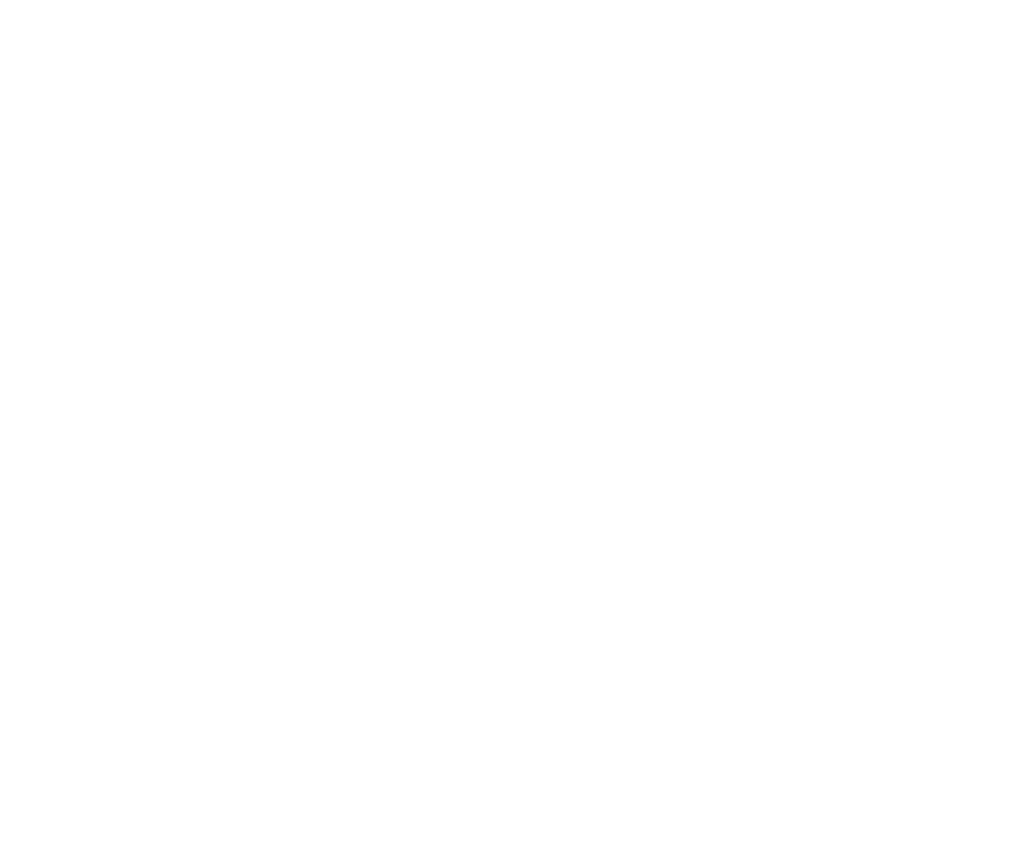
<source format=kicad_pcb>
(kicad_pcb
	(version 20241229)
	(generator "pcbnew")
	(generator_version "9.0")
	(general
		(thickness 1.6)
		(legacy_teardrops no)
	)
	(paper "A4")
	(title_block
		(title "Front panel 3TE film ")
		(date "2025-12-02")
		(rev "A1")
		(company "wmCA")
	)
	(layers
		(0 "F.Cu" signal)
		(2 "B.Cu" signal)
		(9 "F.Adhes" user "F.Adhesive")
		(11 "B.Adhes" user "B.Adhesive")
		(13 "F.Paste" user)
		(15 "B.Paste" user)
		(5 "F.SilkS" user "F.Silkscreen")
		(7 "B.SilkS" user "B.Silkscreen")
		(1 "F.Mask" user)
		(3 "B.Mask" user)
		(17 "Dwgs.User" user "User.Drawings")
		(19 "Cmts.User" user "User.Comments")
		(21 "Eco1.User" user "User.Eco1")
		(23 "Eco2.User" user "User.Eco2")
		(25 "Edge.Cuts" user)
		(27 "Margin" user)
		(31 "F.CrtYd" user "F.Courtyard")
		(29 "B.CrtYd" user "B.Courtyard")
		(35 "F.Fab" user)
		(33 "B.Fab" user)
		(39 "User.1" user)
		(41 "User.2" user)
		(43 "User.3" user)
		(45 "User.4" user)
	)
	(setup
		(pad_to_mask_clearance 0)
		(allow_soldermask_bridges_in_footprints no)
		(tenting front back)
		(pcbplotparams
			(layerselection 0x00000000_00000000_55555555_5755f5ff)
			(plot_on_all_layers_selection 0x00000000_00000000_00000000_00000000)
			(disableapertmacros no)
			(usegerberextensions no)
			(usegerberattributes yes)
			(usegerberadvancedattributes yes)
			(creategerberjobfile yes)
			(dashed_line_dash_ratio 12.000000)
			(dashed_line_gap_ratio 3.000000)
			(svgprecision 4)
			(plotframeref no)
			(mode 1)
			(useauxorigin no)
			(hpglpennumber 1)
			(hpglpenspeed 20)
			(hpglpendiameter 15.000000)
			(pdf_front_fp_property_popups yes)
			(pdf_back_fp_property_popups yes)
			(pdf_metadata yes)
			(pdf_single_document no)
			(dxfpolygonmode yes)
			(dxfimperialunits yes)
			(dxfusepcbnewfont yes)
			(psnegative no)
			(psa4output no)
			(plot_black_and_white yes)
			(sketchpadsonfab no)
			(plotpadnumbers no)
			(hidednponfab no)
			(sketchdnponfab yes)
			(crossoutdnponfab yes)
			(subtractmaskfromsilk no)
			(outputformat 1)
			(mirror no)
			(drillshape 1)
			(scaleselection 1)
			(outputdirectory "")
		)
	)
	(net 0 "")
	(gr_rect
		(start 113.3602 91.3892)
		(end 120.6754 98.2218)
		(stroke
			(width 0.2)
			(type solid)
		)
		(fill no)
		(layer "User.2")
		(uuid "005adffb-f7b7-41fd-bdb5-81492d7651c7")
	)
	(gr_rect
		(start 76.2254 76.2254)
		(end 121.2088 113.8174)
		(stroke
			(width 0.1)
			(type solid)
		)
		(fill no)
		(layer "User.2")
		(uuid "2dc59b2c-645b-44c1-98d8-bbe46f4cefdf")
	)
	(gr_circle
		(center 93.9738 108.6104)
		(end 92.7738 108.6104)
		(stroke
			(width 0.2)
			(type solid)
		)
		(fill no)
		(layer "User.2")
		(uuid "4468afb9-026f-4d1b-b22c-55f3538f9589")
	)
	(gr_circle
		(center 84.4996 110.9472)
		(end 83.2996 110.9472)
		(stroke
			(width 0.2)
			(type solid)
		)
		(fill no)
		(layer "User.2")
		(uuid "53cbed8b-e10d-4ff3-86fc-917a0f01f6ab")
	)
	(gr_circle
		(center 79.572 106.1974)
		(end 78.372 106.1974)
		(stroke
			(width 0.2)
			(type solid)
		)
		(fill no)
		(layer "User.2")
		(uuid "5ae29c5b-4680-4b25-8d4e-6968e3ef1e31")
	)
	(gr_rect
		(start 113.2078 82.8294)
		(end 120.523 89.662)
		(stroke
			(width 0.2)
			(type solid)
		)
		(fill no)
		(layer "User.2")
		(uuid "6249a91d-b67a-4033-a880-222148ded0cb")
	)
	(gr_rect
		(start 113.3348 100.1522)
		(end 120.65 106.9848)
		(stroke
			(width 0.2)
			(type solid)
		)
		(fill no)
		(layer "User.2")
		(uuid "70363cf6-e4bd-4674-9517-fb76f404ed66")
	)
	(gr_rect
		(start 87.249 85.4456)
		(end 111.4552 98.9838)
		(stroke
			(width 0.2)
			(type solid)
		)
		(fill no)
		(layer "User.2")
		(uuid "8b9bc815-d6ed-4abf-9fc9-8367dbc4b8c1")
	)
	(gr_circle
		(center 90.678 78.486)
		(end 89.478 78.486)
		(stroke
			(width 0.2)
			(type solid)
		)
		(fill no)
		(layer "User.2")
		(uuid "90888777-5c88-4bcb-99b9-c5913417c7b8")
	)
	(gr_circle
		(center 112.2618 111.0996)
		(end 111.0618 111.0996)
		(stroke
			(width 0.2)
			(type solid)
		)
		(fill no)
		(layer "User.2")
		(uuid "aa2fd3a6-870d-4746-896a-445972ffe195")
	)
	(gr_circle
		(center 103.1178 108.5596)
		(end 101.9178 108.5596)
		(stroke
			(width 0.2)
			(type solid)
		)
		(fill no)
		(layer "User.2")
		(uuid "baf52510-0e13-4c43-ba64-7f29b8f57d48")
	)
	(gr_circle
		(center 79.5974 83.6614)
		(end 78.3974 83.6614)
		(stroke
			(width 0.2)
			(type solid)
		)
		(fill no)
		(layer "User.2")
		(uuid "ec737abf-f266-44fd-86c0-cedb7c75540a")
	)
	(gr_poly
		(pts
			(xy 119.253931 106.412458) (xy 118.288731 103.821658) (xy 120.219131 103.821658)
		)
		(stroke
			(width 0.1)
			(type solid)
		)
		(fill yes)
		(layer "User.3")
		(uuid "1ce07d5a-a089-40b7-81fb-d699abf5b9f0")
	)
	(gr_line
		(start 119.2022 104.2924)
		(end 119.2022 102.2096)
		(stroke
			(width 0.1)
			(type default)
		)
		(layer "User.3")
		(uuid "23c7c652-c965-442d-a9ed-b0efa764ef0b")
	)
	(gr_line
		(start 119.0752 85.6234)
		(end 119.0752 87.7062)
		(stroke
			(width 0.1)
			(type default)
		)
		(layer "User.3")
		(uuid "281bb0b8-2193-4660-870f-215c0bbe013c")
	)
	(gr_poly
		(pts
			(xy 119.05341 83.421954) (xy 120.01861 86.012754) (xy 118.08821 86.012754)
		)
		(stroke
			(width 0.1)
			(type solid)
		)
		(fill yes)
		(layer "User.3")
		(uuid "8d60035f-1362-4083-af94-5dcee11c239a")
	)
	(gr_text "INT"
		(at 80.1116 111.4298 0)
		(layer "User.3")
		(uuid "07596f16-3f59-4881-b2ef-ff6d3137a70b")
		(effects
			(font
				(size 1 1)
				(thickness 0.15)
			)
			(justify left bottom)
		)
	)
	(gr_text "MODE"
		(at 77.724 104.2924 0)
		(layer "User.3")
		(uuid "253374ec-21b2-4237-9c12-3ec39b55dc6d")
		(effects
			(font
				(size 1 1)
				(thickness 0.15)
			)
			(justify left bottom)
		)
	)
	(gr_text "Ti-on"
		(at 91.9988 106.9848 0)
		(layer "User.3")
		(uuid "2fef8dbb-4ab8-4180-822e-78c392e9a023")
		(effects
			(font
				(size 1 1)
				(thickness 0.15)
			)
			(justify left bottom)
		)
	)
	(gr_text "PWR"
		(at 86.0044 78.9178 0)
		(layer "User.3")
		(uuid "55e7328b-50ac-4572-8d3e-25bafbf365ac")
		(effects
			(font
				(size 1 1)
				(thickness 0.15)
			)
			(justify left bottom)
		)
	)
	(gr_text "WLAN"
		(at 77.6732 86.868 0)
		(layer "User.3")
		(uuid "571325b3-9de1-4503-8774-924ba2a74eb2")
		(effects
			(font
				(size 1 1)
				(thickness 0.15)
			)
			(justify left bottom)
		)
	)
	(gr_text "BU2\n\n"
		(at 114.2238 96.8756 0)
		(layer "User.3")
		(uuid "868ffd8a-35fe-4531-bf20-5323b07d2571")
		(effects
			(font
				(size 1 1)
				(thickness 0.15)
			)
			(justify left bottom)
		)
	)
	(gr_text "PIDIB01-CONTROL-ZERO"
		(at 87.63 84.2264 0)
		(layer "User.3")
		(uuid "8aead035-fd5e-4e61-9c58-b258e565c888")
		(effects
			(font
				(size 1.2 1.2)
				(thickness 0.2)
				(bold yes)
			)
			(justify left bottom)
		)
	)
	(gr_text "BU3\n"
		(at 114.3762 104.521 0)
		(layer "User.3")
		(uuid "99ba1d00-fcd5-4b8e-88b9-dce68155c114")
		(effects
			(font
				(size 1 1)
				(thickness 0.15)
			)
			(justify left bottom)
		)
	)
	(gr_text "BU1"
		(at 114.2492 86.7664 0)
		(layer "User.3")
		(uuid "ac423da4-d395-42c4-aef3-e44dadb4ef59")
		(effects
			(font
				(size 1 1)
				(thickness 0.15)
			)
			(justify left bottom)
		)
	)
	(gr_text "but"
		(at 101.7778 106.7816 0)
		(layer "User.3")
		(uuid "b933daa5-6b12-4aa6-8b7c-7c27f9cf1828")
		(effects
			(font
				(size 1 1)
				(thickness 0.15)
			)
			(justify left bottom)
		)
	)
	(gr_text "cr"
		(at 118.2116 95.0976 0)
		(layer "User.3")
		(uuid "eb7e1304-b5f1-41e8-996b-e43180558b41")
		(effects
			(font
				(size 1 1)
				(thickness 0.15)
			)
			(justify left bottom)
		)
	)
	(gr_text "ERROR"
		(at 114.5286 111.6076 0)
		(layer "User.3")
		(uuid "f393eb53-7ab7-4aec-bace-df056d52f6b3")
		(effects
			(font
				(size 1 1)
				(thickness 0.15)
			)
			(justify left bottom)
		)
	)
	(embedded_fonts no)
)

</source>
